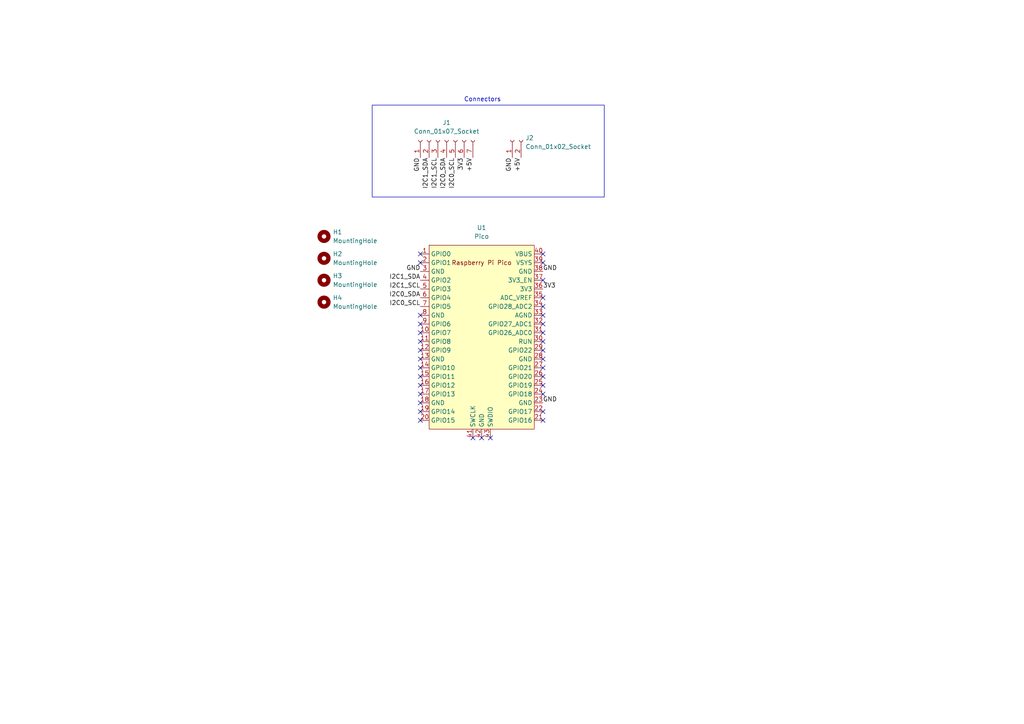
<source format=kicad_sch>
(kicad_sch (version 20231120) (generator "eeschema") (generator_version "8.0")
  (paper "A4")
  (title_block (title "LCTS Sensing Receiver") (company "Olin Plasma Engineering Lab"))
  (lib_symbols
    (symbol "Connector:Conn_01x02_Socket" (pin_names (offset 1.016) hide)
      (property "Reference" "J" (at 0 2.54 0))
      (property "Value" "Conn_01x02_Socket" (at 0 -5.08 0))
      (symbol "Conn_01x02_Socket_1_1"
        (arc (start 0 -2.032) (mid -0.5058 -2.54) (end 0 -3.048) (stroke (width 0.1524)))
        (polyline (pts (xy -1.27 -2.54) (xy -0.508 -2.54)) (stroke (width 0.1524)))
        (polyline (pts (xy -1.27 0) (xy -0.508 0)) (stroke (width 0.1524)))
        (arc (start 0 0.508) (mid -0.5058 0) (end 0 -0.508) (stroke (width 0.1524)))
        (pin passive line (at -5.08 0 0) (length 3.81) (name "Pin_1") (number "1"))
        (pin passive line (at -5.08 -2.54 0) (length 3.81) (name "Pin_2") (number "2"))
      )
    )
    (symbol "Connector:Conn_01x07_Socket" (pin_names (offset 1.016) hide)
      (property "Reference" "J" (at 0 10.16 0))
      (property "Value" "Conn_01x07_Socket" (at 0 -10.16 0))
      (symbol "Conn_01x07_Socket_1_1"
        (arc (start 0 -7.112) (mid -0.5058 -7.62) (end 0 -8.128) (stroke (width 0.1524)))
        (arc (start 0 -4.572) (mid -0.5058 -5.08) (end 0 -5.588) (stroke (width 0.1524)))
        (arc (start 0 -2.032) (mid -0.5058 -2.54) (end 0 -3.048) (stroke (width 0.1524)))
        (polyline (pts (xy -1.27 -7.62) (xy -0.508 -7.62)) (stroke (width 0.1524)))
        (polyline (pts (xy -1.27 -5.08) (xy -0.508 -5.08)) (stroke (width 0.1524)))
        (polyline (pts (xy -1.27 -2.54) (xy -0.508 -2.54)) (stroke (width 0.1524)))
        (polyline (pts (xy -1.27 0) (xy -0.508 0)) (stroke (width 0.1524)))
        (polyline (pts (xy -1.27 2.54) (xy -0.508 2.54)) (stroke (width 0.1524)))
        (polyline (pts (xy -1.27 5.08) (xy -0.508 5.08)) (stroke (width 0.1524)))
        (polyline (pts (xy -1.27 7.62) (xy -0.508 7.62)) (stroke (width 0.1524)))
        (arc (start 0 0.508) (mid -0.5058 0) (end 0 -0.508) (stroke (width 0.1524)))
        (arc (start 0 3.048) (mid -0.5058 2.54) (end 0 2.032) (stroke (width 0.1524)))
        (arc (start 0 5.588) (mid -0.5058 5.08) (end 0 4.572) (stroke (width 0.1524)))
        (arc (start 0 8.128) (mid -0.5058 7.62) (end 0 7.112) (stroke (width 0.1524)))
        (pin passive line (at -5.08 7.62 0) (length 3.81) (name "Pin_1") (number "1"))
        (pin passive line (at -5.08 5.08 0) (length 3.81) (name "Pin_2") (number "2"))
        (pin passive line (at -5.08 2.54 0) (length 3.81) (name "Pin_3") (number "3"))
        (pin passive line (at -5.08 0 0) (length 3.81) (name "Pin_4") (number "4"))
        (pin passive line (at -5.08 -2.54 0) (length 3.81) (name "Pin_5") (number "5"))
        (pin passive line (at -5.08 -5.08 0) (length 3.81) (name "Pin_6") (number "6"))
        (pin passive line (at -5.08 -7.62 0) (length 3.81) (name "Pin_7") (number "7"))
      )
    )
    (symbol "MCU_RaspberryPi_and_Boards:Pico"
      (property "Reference" "U" (at -13.97 27.94 0))
      (property "Value" "Pico" (at 0 19.05 0))
      (symbol "Pico_0_0"
        (text "Raspberry Pi Pico" (at 0 21.59 0) (effects (font (size 1.27 1.27))))
      )
      (symbol "Pico_0_1"
        (rectangle (start -15.24 26.67) (end 15.24 -26.67) (fill (type background)))
      )
      (symbol "Pico_1_1"
        (pin bidirectional line (at -17.78 24.13 0) (length 2.54) (name "GPIO0") (number "1"))
        (pin bidirectional line (at -17.78 1.27 0) (length 2.54) (name "GPIO7") (number "10"))
        (pin bidirectional line (at -17.78 -1.27 0) (length 2.54) (name "GPIO8") (number "11"))
        (pin bidirectional line (at -17.78 -3.81 0) (length 2.54) (name "GPIO9") (number "12"))
        (pin power_in line (at -17.78 -6.35 0) (length 2.54) (name "GND") (number "13"))
        (pin bidirectional line (at -17.78 -8.89 0) (length 2.54) (name "GPIO10") (number "14"))
        (pin bidirectional line (at -17.78 -11.43 0) (length 2.54) (name "GPIO11") (number "15"))
        (pin bidirectional line (at -17.78 -13.97 0) (length 2.54) (name "GPIO12") (number "16"))
        (pin bidirectional line (at -17.78 -16.51 0) (length 2.54) (name "GPIO13") (number "17"))
        (pin power_in line (at -17.78 -19.05 0) (length 2.54) (name "GND") (number "18"))
        (pin bidirectional line (at -17.78 -21.59 0) (length 2.54) (name "GPIO14") (number "19"))
        (pin bidirectional line (at -17.78 21.59 0) (length 2.54) (name "GPIO1") (number "2"))
        (pin bidirectional line (at -17.78 -24.13 0) (length 2.54) (name "GPIO15") (number "20"))
        (pin bidirectional line (at 17.78 -24.13 180) (length 2.54) (name "GPIO16") (number "21"))
        (pin bidirectional line (at 17.78 -21.59 180) (length 2.54) (name "GPIO17") (number "22"))
        (pin power_in line (at 17.78 -19.05 180) (length 2.54) (name "GND") (number "23"))
        (pin bidirectional line (at 17.78 -16.51 180) (length 2.54) (name "GPIO18") (number "24"))
        (pin bidirectional line (at 17.78 -13.97 180) (length 2.54) (name "GPIO19") (number "25"))
        (pin bidirectional line (at 17.78 -11.43 180) (length 2.54) (name "GPIO20") (number "26"))
        (pin bidirectional line (at 17.78 -8.89 180) (length 2.54) (name "GPIO21") (number "27"))
        (pin power_in line (at 17.78 -6.35 180) (length 2.54) (name "GND") (number "28"))
        (pin bidirectional line (at 17.78 -3.81 180) (length 2.54) (name "GPIO22") (number "29"))
        (pin power_in line (at -17.78 19.05 0) (length 2.54) (name "GND") (number "3"))
        (pin input line (at 17.78 -1.27 180) (length 2.54) (name "RUN") (number "30"))
        (pin bidirectional line (at 17.78 1.27 180) (length 2.54) (name "GPIO26_ADC0") (number "31"))
        (pin bidirectional line (at 17.78 3.81 180) (length 2.54) (name "GPIO27_ADC1") (number "32"))
        (pin power_in line (at 17.78 6.35 180) (length 2.54) (name "AGND") (number "33"))
        (pin bidirectional line (at 17.78 8.89 180) (length 2.54) (name "GPIO28_ADC2") (number "34"))
        (pin power_in line (at 17.78 11.43 180) (length 2.54) (name "ADC_VREF") (number "35"))
        (pin power_in line (at 17.78 13.97 180) (length 2.54) (name "3V3") (number "36"))
        (pin input line (at 17.78 16.51 180) (length 2.54) (name "3V3_EN") (number "37"))
        (pin bidirectional line (at 17.78 19.05 180) (length 2.54) (name "GND") (number "38"))
        (pin power_in line (at 17.78 21.59 180) (length 2.54) (name "VSYS") (number "39"))
        (pin bidirectional line (at -17.78 16.51 0) (length 2.54) (name "GPIO2") (number "4"))
        (pin power_in line (at 17.78 24.13 180) (length 2.54) (name "VBUS") (number "40"))
        (pin input line (at -2.54 -29.21 90) (length 2.54) (name "SWCLK") (number "41"))
        (pin power_in line (at 0 -29.21 90) (length 2.54) (name "GND") (number "42"))
        (pin bidirectional line (at 2.54 -29.21 90) (length 2.54) (name "SWDIO") (number "43"))
        (pin bidirectional line (at -17.78 13.97 0) (length 2.54) (name "GPIO3") (number "5"))
        (pin bidirectional line (at -17.78 11.43 0) (length 2.54) (name "GPIO4") (number "6"))
        (pin bidirectional line (at -17.78 8.89 0) (length 2.54) (name "GPIO5") (number "7"))
        (pin power_in line (at -17.78 6.35 0) (length 2.54) (name "GND") (number "8"))
        (pin bidirectional line (at -17.78 3.81 0) (length 2.54) (name "GPIO6") (number "9"))
      )
    )
    (symbol "Mechanical:MountingHole" (pin_names (offset 1.016)) (exclude_from_sim yes) (in_bom no)
      (property "Reference" "H" (at 0 5.08 0))
      (property "Value" "MountingHole" (at 0 3.175 0))
      (symbol "MountingHole_0_1"
        (circle (center 0 0) (radius 1.27) (stroke (width 1.27)))
      )
    )
  )
  (no_connect (at 157.48 99.06))
  (no_connect (at 157.48 96.52))
  (no_connect (at 139.7 127))
  (no_connect (at 121.92 99.06))
  (no_connect (at 121.92 109.22))
  (no_connect (at 157.48 114.3))
  (no_connect (at 121.92 93.98))
  (no_connect (at 121.92 106.68))
  (no_connect (at 137.16 127))
  (no_connect (at 157.48 91.44))
  (no_connect (at 157.48 101.6))
  (no_connect (at 121.92 104.14))
  (no_connect (at 121.92 111.76))
  (no_connect (at 121.92 96.52))
  (no_connect (at 157.48 111.76))
  (no_connect (at 157.48 121.92))
  (no_connect (at 157.48 88.9))
  (no_connect (at 157.48 119.38))
  (no_connect (at 121.92 101.6))
  (no_connect (at 157.48 104.14))
  (no_connect (at 157.48 81.28))
  (no_connect (at 157.48 106.68))
  (no_connect (at 157.48 86.36))
  (no_connect (at 157.48 93.98))
  (no_connect (at 142.24 127))
  (no_connect (at 121.92 114.3))
  (no_connect (at 157.48 73.66))
  (no_connect (at 121.92 73.66))
  (no_connect (at 121.92 76.2))
  (no_connect (at 157.48 109.22))
  (no_connect (at 121.92 116.84))
  (no_connect (at 121.92 119.38))
  (no_connect (at 121.92 91.44))
  (no_connect (at 157.48 76.2))
  (no_connect (at 121.92 121.92))
  (rectangle (start 107.95 30.48) (end 175.26 57.15))
  (text "Connectors" (at 139.954 28.956 0) (effects (font (size 1.27 1.27))))
  (label "3V3" (at 134.62 45.72 270))
  (label "I2C0_SCL" (at 121.92 88.9 180))
  (label "GND" (at 121.92 78.74 180))
  (label "+5V" (at 137.16 45.72 270))
  (label "GND" (at 148.59 45.72 270))
  (label "I2C1_SDA" (at 124.46 45.72 270))
  (label "+5V" (at 151.13 45.72 270))
  (label "GND" (at 157.48 78.74 0))
  (label "GND" (at 157.48 116.84 0))
  (label "I2C1_SCL" (at 127 45.72 270))
  (label "I2C0_SCL" (at 132.08 45.72 270))
  (label "GND" (at 121.92 45.72 270))
  (label "I2C1_SCL" (at 121.92 83.82 180))
  (label "I2C0_SDA" (at 121.92 86.36 180))
  (label "I2C0_SDA" (at 129.54 45.72 270))
  (label "I2C1_SDA" (at 121.92 81.28 180))
  (label "3V3" (at 157.48 83.82 0))
  (symbol (lib_id "Mechanical:MountingHole") (at 93.98 81.28 0) (unit 1) (exclude_from_sim yes) (in_bom no)
    (property "Reference" "H3" (at 96.52 80.0099 0) (effects (justify left)))
    (property "Value" "MountingHole" (at 96.52 82.5499 0) (effects (justify left)))
    (property "Footprint" "MountingHole:MountingHole_2.2mm_M2" (effects (hide yes)))
    (property "Description" "Mounting Hole without connection" (effects (hide yes)))
  )
  (symbol (lib_id "Connector:Conn_01x02_Socket") (at 148.59 40.64 90) (unit 1)
    (property "Reference" "J2" (at 152.4 40.0049 90) (effects (justify right)))
    (property "Value" "Conn_01x02_Socket" (at 152.4 42.5449 90) (effects (justify right)))
    (property "Footprint" "Connector_JST:JST_PH_B2B-PH-K_1x02_P2.00mm_Vertical" (effects (hide yes)))
    (property "Description" "Generic connector, single row, 01x02, script generated" (effects (hide yes)))
  )
  (symbol (lib_id "Connector:Conn_01x07_Socket") (at 129.54 40.64 90) (unit 1)
    (property "Reference" "J1" (at 129.54 35.56 90))
    (property "Value" "Conn_01x07_Socket" (at 129.54 38.1 90))
    (property "Footprint" "Connector_JST:JST_PH_B7B-PH-K_1x07_P2.00mm_Vertical" (effects (hide yes)))
    (property "Description" "Generic connector, single row, 01x07, script generated" (effects (hide yes)))
  )
  (symbol (lib_id "MCU_RaspberryPi_and_Boards:Pico") (at 139.7 97.79 0) (unit 1)
    (property "Reference" "U1" (at 139.7 66.04 0))
    (property "Value" "Pico" (at 139.7 68.58 0))
    (property "Footprint" "Module_RaspberryPi_Pico:RaspberryPi_Pico_Common_THT" (effects (hide yes)))
  )
  (symbol (lib_id "Mechanical:MountingHole") (at 93.98 74.93 0) (unit 1) (exclude_from_sim yes) (in_bom no)
    (property "Reference" "H2" (at 96.52 73.6599 0) (effects (justify left)))
    (property "Value" "MountingHole" (at 96.52 76.1999 0) (effects (justify left)))
    (property "Footprint" "MountingHole:MountingHole_2.2mm_M2" (effects (hide yes)))
    (property "Description" "Mounting Hole without connection" (effects (hide yes)))
  )
  (symbol (lib_id "Mechanical:MountingHole") (at 93.98 87.63 0) (unit 1) (exclude_from_sim yes) (in_bom no)
    (property "Reference" "H4" (at 96.52 86.3599 0) (effects (justify left)))
    (property "Value" "MountingHole" (at 96.52 88.8999 0) (effects (justify left)))
    (property "Footprint" "MountingHole:MountingHole_2.2mm_M2" (effects (hide yes)))
    (property "Description" "Mounting Hole without connection" (effects (hide yes)))
  )
  (symbol (lib_id "Mechanical:MountingHole") (at 93.98 68.58 0) (unit 1) (exclude_from_sim yes) (in_bom no)
    (property "Reference" "H1" (at 96.52 67.3099 0) (effects (justify left)))
    (property "Value" "MountingHole" (at 96.52 69.8499 0) (effects (justify left)))
    (property "Footprint" "MountingHole:MountingHole_2.2mm_M2" (effects (hide yes)))
    (property "Description" "Mounting Hole without connection" (effects (hide yes)))
  )
)
</source>
